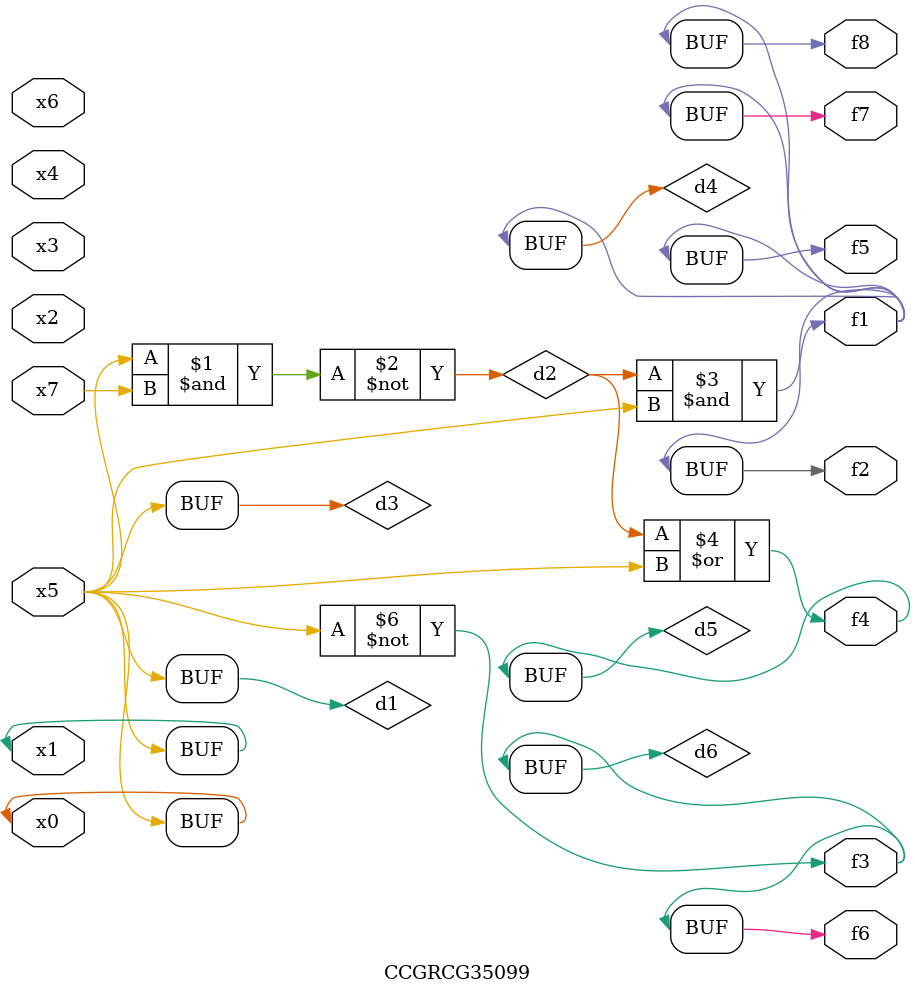
<source format=v>
module CCGRCG35099(
	input x0, x1, x2, x3, x4, x5, x6, x7,
	output f1, f2, f3, f4, f5, f6, f7, f8
);

	wire d1, d2, d3, d4, d5, d6;

	buf (d1, x0, x5);
	nand (d2, x5, x7);
	buf (d3, x0, x1);
	and (d4, d2, d3);
	or (d5, d2, d3);
	nor (d6, d1, d3);
	assign f1 = d4;
	assign f2 = d4;
	assign f3 = d6;
	assign f4 = d5;
	assign f5 = d4;
	assign f6 = d6;
	assign f7 = d4;
	assign f8 = d4;
endmodule

</source>
